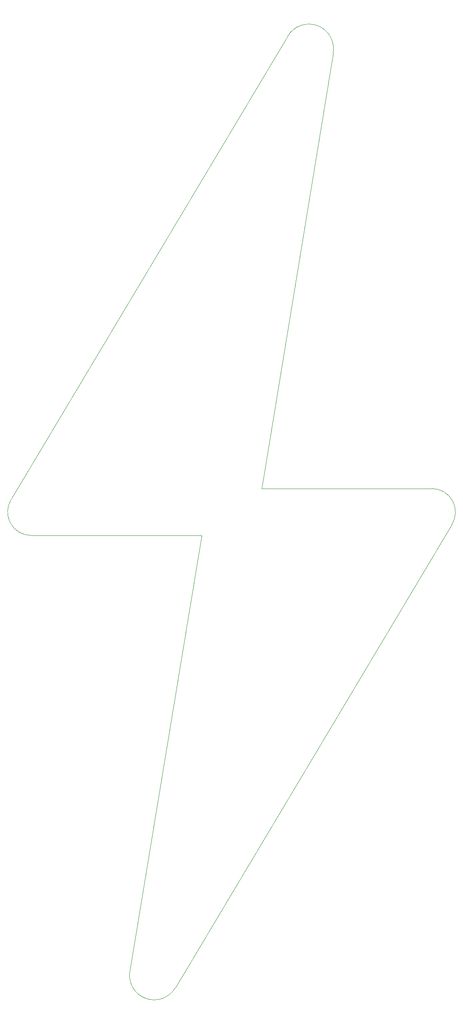
<source format=gbr>
%TF.GenerationSoftware,KiCad,Pcbnew,9.0.7*%
%TF.CreationDate,2026-02-20T01:23:32+02:00*%
%TF.ProjectId,kicad_selka_mk1,6b696361-645f-4736-956c-6b615f6d6b31,rev?*%
%TF.SameCoordinates,Original*%
%TF.FileFunction,Profile,NP*%
%FSLAX46Y46*%
G04 Gerber Fmt 4.6, Leading zero omitted, Abs format (unit mm)*
G04 Created by KiCad (PCBNEW 9.0.7) date 2026-02-20 01:23:32*
%MOMM*%
%LPD*%
G01*
G04 APERTURE LIST*
%TA.AperFunction,Profile*%
%ADD10C,0.050000*%
%TD*%
G04 APERTURE END LIST*
D10*
X118110000Y-237642400D02*
G75*
G02*
X109073822Y-234290712I-4216400J2489200D01*
G01*
X169164001Y-138328400D02*
G75*
G02*
X173124559Y-145491200I4999J-4673600D01*
G01*
X135255000Y-138302878D02*
X169164000Y-138328400D01*
X109067600Y-234289600D02*
X123317000Y-147675600D01*
X123317000Y-147675722D02*
X89408000Y-147650200D01*
X149504400Y-51689000D02*
X135255000Y-138303000D01*
X140462000Y-48336200D02*
G75*
G02*
X149498178Y-51687888I4216400J-2489200D01*
G01*
X89407999Y-147650200D02*
G75*
G02*
X85447441Y-140487400I-4999J4673600D01*
G01*
X85445600Y-140487400D02*
X140462000Y-48336200D01*
X173126400Y-145491200D02*
X118110000Y-237642400D01*
M02*

</source>
